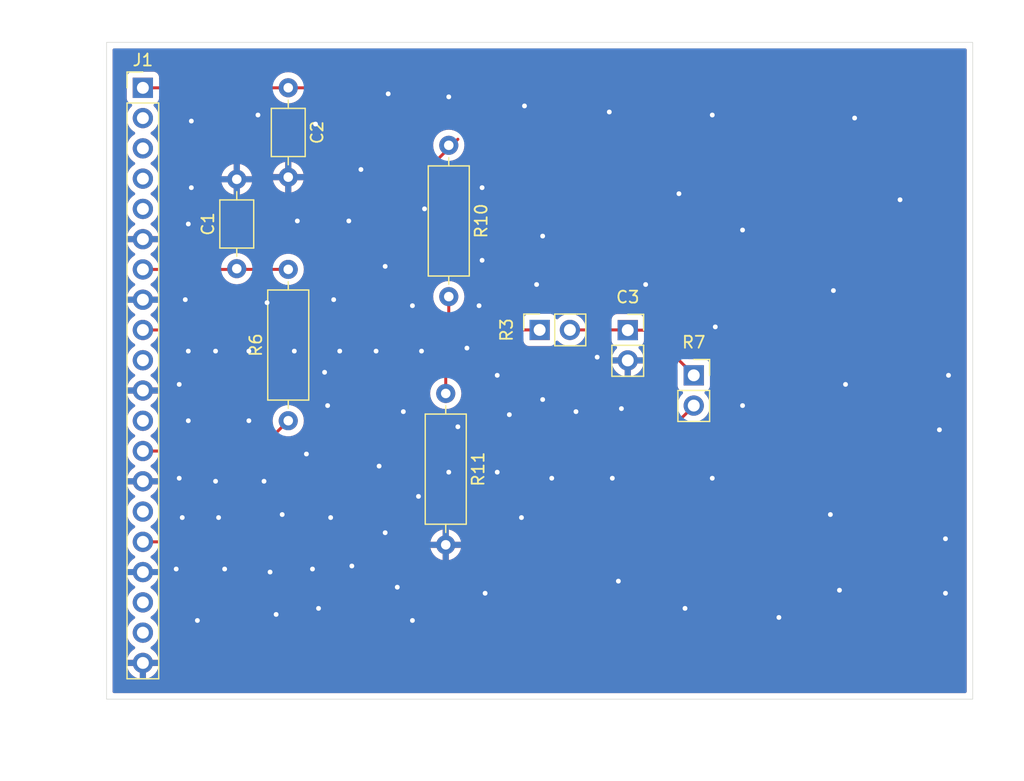
<source format=kicad_pcb>
(kicad_pcb (version 20211014) (generator pcbnew)
  (layers (0 "F.Cu" signal) (31 "B.Cu" signal) (34 "B.Paste" user) (35 "F.Paste" user) (36 "B.SilkS" user "B.Silkscreen") (37 "F.SilkS" user "F.Silkscreen") (38 "B.Mask" user) (39 "F.Mask" user) (44 "Edge.Cuts" user))
  (net 0 "")
  (net 1 "3V3")
  (net 6 "GND")
  (net 7 "rfrx0_false")
  (net 8 "Net-(R3-Pad2)")
  (net 11 "pwm_out")
  (net 13 "PWM2")
  (net 16 "atten_in")
  (footprint "Connector_PinSocket_2.54mm:PinSocket_1x02_P2.54mm_Vertical" (layer "F.Cu") (at 131.798 76.962)
    (fp_text reference "R7" (at 0 -2.77) (layer "F.SilkS"))
    (fp_text value "R")
    (fp_line (start -1.33 1.27) (end 1.33 1.27) (layer "F.SilkS") (width 0.12))
    (fp_line (start -1.33 3.87) (end 1.33 3.87) (layer "F.SilkS") (width 0.12))
    (fp_line (start 0 -1.33) (end 1.33 -1.33) (layer "F.SilkS") (width 0.12))
    (fp_line (start 1.33 -1.33) (end 1.33 0) (layer "F.SilkS") (width 0.12))
    (fp_line (start -1.33 1.27) (end -1.33 3.87) (layer "F.SilkS") (width 0.12))
    (fp_line (start 1.33 1.27) (end 1.33 3.87) (layer "F.SilkS") (width 0.12))
    (pad "1" thru_hole rect (at 0 0) (size 1.7 1.7) (drill 1) (layers *.Cu *.Mask) (net 8 "Net-(R3-Pad2)"))
    (pad "2" thru_hole oval (at 0 2.54) (size 1.7 1.7) (drill 1) (layers *.Cu *.Mask) (net 13 "PWM2"))
  )
  (footprint "Capacitor_THT:C_Axial_L3.8mm_D2.6mm_P7.50mm_Horizontal" (layer "F.Cu") (at 93.472 68.012 90)
    (fp_text reference "C1" (at 3.75 -2.42 90) (layer "F.SilkS"))
    (fp_text value "C")
    (fp_line (start 1.73 1.42) (end 5.77 1.42) (layer "F.SilkS") (width 0.12))
    (fp_line (start 6.46 0) (end 5.77 0) (layer "F.SilkS") (width 0.12))
    (fp_line (start 5.77 -1.42) (end 1.73 -1.42) (layer "F.SilkS") (width 0.12))
    (fp_line (start 5.77 1.42) (end 5.77 -1.42) (layer "F.SilkS") (width 0.12))
    (fp_line (start 1.04 0) (end 1.73 0) (layer "F.SilkS") (width 0.12))
    (fp_line (start 1.73 -1.42) (end 1.73 1.42) (layer "F.SilkS") (width 0.12))
    (pad "1" thru_hole circle (at 0 0 90) (size 1.6 1.6) (drill 0.8) (layers *.Cu *.Mask) (net 7 "rfrx0_false"))
    (pad "2" thru_hole oval (at 7.5 0 90) (size 1.6 1.6) (drill 0.8) (layers *.Cu *.Mask) (net 6 "GND"))
  )
  (footprint "Connector_PinHeader_2.54mm:PinHeader_1x20_P2.54mm_Vertical" (layer "F.Cu") (at 85.598 52.837)
    (fp_text reference "J1" (at 0 -2.33) (layer "F.SilkS"))
    (fp_text value "Connector_Generic_Conn_01x20")
    (fp_line (start -1.33 1.27) (end 1.33 1.27) (layer "F.SilkS") (width 0.12))
    (fp_line (start -1.33 49.59) (end 1.33 49.59) (layer "F.SilkS") (width 0.12))
    (fp_line (start -1.33 0) (end -1.33 -1.33) (layer "F.SilkS") (width 0.12))
    (fp_line (start -1.33 -1.33) (end 0 -1.33) (layer "F.SilkS") (width 0.12))
    (fp_line (start 1.33 1.27) (end 1.33 49.59) (layer "F.SilkS") (width 0.12))
    (fp_line (start -1.33 1.27) (end -1.33 49.59) (layer "F.SilkS") (width 0.12))
    (pad "1" thru_hole rect (at 0 0) (size 1.7 1.7) (drill 1) (layers *.Cu *.Mask) (net 1 "3V3"))
    (pad "2" thru_hole oval (at 0 2.54) (size 1.7 1.7) (drill 1) (layers *.Cu *.Mask))
    (pad "3" thru_hole oval (at 0 5.08) (size 1.7 1.7) (drill 1) (layers *.Cu *.Mask))
    (pad "4" thru_hole oval (at 0 7.62) (size 1.7 1.7) (drill 1) (layers *.Cu *.Mask))
    (pad "5" thru_hole oval (at 0 10.16) (size 1.7 1.7) (drill 1) (layers *.Cu *.Mask))
    (pad "6" thru_hole oval (at 0 12.7) (size 1.7 1.7) (drill 1) (layers *.Cu *.Mask) (net 6 "GND"))
    (pad "7" thru_hole oval (at 0 15.24) (size 1.7 1.7) (drill 1) (layers *.Cu *.Mask) (net 7 "rfrx0_false"))
    (pad "8" thru_hole oval (at 0 17.78) (size 1.7 1.7) (drill 1) (layers *.Cu *.Mask) (net 6 "GND"))
    (pad "9" thru_hole oval (at 0 20.32) (size 1.7 1.7) (drill 1) (layers *.Cu *.Mask) (net 16 "atten_in"))
    (pad "10" thru_hole oval (at 0 22.86) (size 1.7 1.7) (drill 1) (layers *.Cu *.Mask))
    (pad "11" thru_hole oval (at 0 25.4) (size 1.7 1.7) (drill 1) (layers *.Cu *.Mask) (net 6 "GND"))
    (pad "12" thru_hole oval (at 0 27.94) (size 1.7 1.7) (drill 1) (layers *.Cu *.Mask))
    (pad "13" thru_hole oval (at 0 30.48) (size 1.7 1.7) (drill 1) (layers *.Cu *.Mask) (net 11 "pwm_out"))
    (pad "14" thru_hole oval (at 0 33.02) (size 1.7 1.7) (drill 1) (layers *.Cu *.Mask) (net 6 "GND"))
    (pad "15" thru_hole oval (at 0 35.56) (size 1.7 1.7) (drill 1) (layers *.Cu *.Mask))
    (pad "16" thru_hole oval (at 0 38.1) (size 1.7 1.7) (drill 1) (layers *.Cu *.Mask) (net 13 "PWM2"))
    (pad "17" thru_hole oval (at 0 40.64) (size 1.7 1.7) (drill 1) (layers *.Cu *.Mask) (net 6 "GND"))
    (pad "18" thru_hole oval (at 0 43.18) (size 1.7 1.7) (drill 1) (layers *.Cu *.Mask))
    (pad "19" thru_hole oval (at 0 45.72) (size 1.7 1.7) (drill 1) (layers *.Cu *.Mask))
    (pad "20" thru_hole oval (at 0 48.26) (size 1.7 1.7) (drill 1) (layers *.Cu *.Mask) (net 6 "GND"))
  )
  (footprint "Connector_PinSocket_2.54mm:PinSocket_1x02_P2.54mm_Vertical" (layer "F.Cu") (at 118.872 73.152 90)
    (fp_text reference "R3" (at 0 -2.77 90) (layer "F.SilkS"))
    (fp_text value "R")
    (fp_line (start -1.33 3.87) (end 1.33 3.87) (layer "F.SilkS") (width 0.12))
    (fp_line (start -1.33 1.27) (end -1.33 3.87) (layer "F.SilkS") (width 0.12))
    (fp_line (start 0 -1.33) (end 1.33 -1.33) (layer "F.SilkS") (width 0.12))
    (fp_line (start 1.33 -1.33) (end 1.33 0) (layer "F.SilkS") (width 0.12))
    (fp_line (start -1.33 1.27) (end 1.33 1.27) (layer "F.SilkS") (width 0.12))
    (fp_line (start 1.33 1.27) (end 1.33 3.87) (layer "F.SilkS") (width 0.12))
    (pad "1" thru_hole rect (at 0 0 90) (size 1.7 1.7) (drill 1) (layers *.Cu *.Mask) (net 16 "atten_in"))
    (pad "2" thru_hole oval (at 0 2.54 90) (size 1.7 1.7) (drill 1) (layers *.Cu *.Mask) (net 8 "Net-(R3-Pad2)"))
  )
  (footprint "Resistor_THT:R_Axial_DIN0309_L9.0mm_D3.2mm_P12.70mm_Horizontal" (layer "F.Cu") (at 110.998 78.486 -90)
    (fp_text reference "R11" (at 6.35 -2.72 90) (layer "F.SilkS"))
    (fp_text value "R")
    (fp_line (start 10.97 -1.72) (end 1.73 -1.72) (layer "F.SilkS") (width 0.12))
    (fp_line (start 1.73 -1.72) (end 1.73 1.72) (layer "F.SilkS") (width 0.12))
    (fp_line (start 11.66 0) (end 10.97 0) (layer "F.SilkS") (width 0.12))
    (fp_line (start 10.97 1.72) (end 10.97 -1.72) (layer "F.SilkS") (width 0.12))
    (fp_line (start 1.73 1.72) (end 10.97 1.72) (layer "F.SilkS") (width 0.12))
    (fp_line (start 1.04 0) (end 1.73 0) (layer "F.SilkS") (width 0.12))
    (pad "1" thru_hole circle (at 0 0 270) (size 1.6 1.6) (drill 0.8) (layers *.Cu *.Mask) (net 16 "atten_in"))
    (pad "2" thru_hole oval (at 12.7 0 270) (size 1.6 1.6) (drill 0.8) (layers *.Cu *.Mask) (net 6 "GND"))
  )
  (footprint "Capacitor_THT:C_Axial_L3.8mm_D2.6mm_P7.50mm_Horizontal" (layer "F.Cu") (at 97.79 52.832 -90)
    (fp_text reference "C2" (at 3.75 -2.42 90) (layer "F.SilkS"))
    (fp_text value "C")
    (fp_line (start 6.46 0) (end 5.77 0) (layer "F.SilkS") (width 0.12))
    (fp_line (start 1.73 -1.42) (end 1.73 1.42) (layer "F.SilkS") (width 0.12))
    (fp_line (start 1.04 0) (end 1.73 0) (layer "F.SilkS") (width 0.12))
    (fp_line (start 5.77 -1.42) (end 1.73 -1.42) (layer "F.SilkS") (width 0.12))
    (fp_line (start 5.77 1.42) (end 5.77 -1.42) (layer "F.SilkS") (width 0.12))
    (fp_line (start 1.73 1.42) (end 5.77 1.42) (layer "F.SilkS") (width 0.12))
    (pad "1" thru_hole circle (at 0 0 270) (size 1.6 1.6) (drill 0.8) (layers *.Cu *.Mask) (net 1 "3V3"))
    (pad "2" thru_hole oval (at 7.5 0 270) (size 1.6 1.6) (drill 0.8) (layers *.Cu *.Mask) (net 6 "GND"))
  )
  (footprint "Resistor_THT:R_Axial_DIN0309_L9.0mm_D3.2mm_P12.70mm_Horizontal" (layer "F.Cu") (at 97.79 80.772 90)
    (fp_text reference "R6" (at 6.35 -2.72 90) (layer "F.SilkS"))
    (fp_text value "R")
    (fp_line (start 10.97 -1.72) (end 1.73 -1.72) (layer "F.SilkS") (width 0.12))
    (fp_line (start 1.73 1.72) (end 10.97 1.72) (layer "F.SilkS") (width 0.12))
    (fp_line (start 1.73 -1.72) (end 1.73 1.72) (layer "F.SilkS") (width 0.12))
    (fp_line (start 11.66 0) (end 10.97 0) (layer "F.SilkS") (width 0.12))
    (fp_line (start 1.04 0) (end 1.73 0) (layer "F.SilkS") (width 0.12))
    (fp_line (start 10.97 1.72) (end 10.97 -1.72) (layer "F.SilkS") (width 0.12))
    (pad "1" thru_hole circle (at 0 0 90) (size 1.6 1.6) (drill 0.8) (layers *.Cu *.Mask) (net 11 "pwm_out"))
    (pad "2" thru_hole oval (at 12.7 0 90) (size 1.6 1.6) (drill 0.8) (layers *.Cu *.Mask) (net 7 "rfrx0_false"))
  )
  (footprint "Resistor_THT:R_Axial_DIN0309_L9.0mm_D3.2mm_P12.70mm_Horizontal" (layer "F.Cu") (at 111.252 57.658 -90)
    (fp_text reference "R10" (at 6.35 -2.72 90) (layer "F.SilkS"))
    (fp_text value "R")
    (fp_line (start 11.66 0) (end 10.97 0) (layer "F.SilkS") (width 0.12))
    (fp_line (start 10.97 -1.72) (end 1.73 -1.72) (layer "F.SilkS") (width 0.12))
    (fp_line (start 1.04 0) (end 1.73 0) (layer "F.SilkS") (width 0.12))
    (fp_line (start 1.73 1.72) (end 10.97 1.72) (layer "F.SilkS") (width 0.12))
    (fp_line (start 1.73 -1.72) (end 1.73 1.72) (layer "F.SilkS") (width 0.12))
    (fp_line (start 10.97 1.72) (end 10.97 -1.72) (layer "F.SilkS") (width 0.12))
    (pad "1" thru_hole circle (at 0 0 270) (size 1.6 1.6) (drill 0.8) (layers *.Cu *.Mask) (net 1 "3V3"))
    (pad "2" thru_hole oval (at 12.7 0 270) (size 1.6 1.6) (drill 0.8) (layers *.Cu *.Mask) (net 16 "atten_in"))
  )
  (footprint "Connector_PinSocket_2.54mm:PinSocket_1x02_P2.54mm_Vertical" (layer "F.Cu") (at 126.263 73.172)
    (fp_text reference "C3" (at 0 -2.77) (layer "F.SilkS"))
    (fp_text value "C")
    (fp_line (start -1.33 1.27) (end -1.33 3.87) (layer "F.SilkS") (width 0.12))
    (fp_line (start 1.33 -1.33) (end 1.33 0) (layer "F.SilkS") (width 0.12))
    (fp_line (start 0 -1.33) (end 1.33 -1.33) (layer "F.SilkS") (width 0.12))
    (fp_line (start -1.33 3.87) (end 1.33 3.87) (layer "F.SilkS") (width 0.12))
    (fp_line (start 1.33 1.27) (end 1.33 3.87) (layer "F.SilkS") (width 0.12))
    (fp_line (start -1.33 1.27) (end 1.33 1.27) (layer "F.SilkS") (width 0.12))
    (pad "1" thru_hole rect (at 0 0) (size 1.7 1.7) (drill 1) (layers *.Cu *.Mask) (net 8 "Net-(R3-Pad2)"))
    (pad "2" thru_hole oval (at 0 2.54) (size 1.7 1.7) (drill 1) (layers *.Cu *.Mask) (net 6 "GND"))
  )
  (gr_rect (start 82.55 49.022) (end 155.194 104.14) (layer "Edge.Cuts") (width 0.05) (fill none))
  (segment (start 106.934 58.674) (end 106.934 59.182) (width 0.25) (layer "F.Cu") (net 1))
  (segment (start 85.598 52.837) (end 101.097 52.837) (width 0.25) (layer "F.Cu") (net 1))
  (segment (start 106.934 59.182) (end 109.982 59.182) (width 0.25) (layer "F.Cu") (net 1))
  (segment (start 101.097 52.837) (end 106.934 58.674) (width 0.25) (layer "F.Cu") (net 1))
  (segment (start 109.982 59.182) (end 112.014 57.15) (width 0.25) (layer "F.Cu") (net 1))
  (via (at 101.092 79.502) (size 0.8) (drill 0.4) (layers "F.Cu" "B.Cu") (net 6))
  (via (at 102.87 64.008) (size 0.8) (drill 0.4) (layers "F.Cu" "B.Cu") (net 6))
  (via (at 89.662 61.214) (size 0.8) (drill 0.4) (layers "F.Cu" "B.Cu") (net 6))
  (via (at 152.4 81.534) (size 0.8) (drill 0.4) (layers "F.Cu" "B.Cu") (net 6))
  (via (at 89.408 64.262) (size 0.8) (drill 0.4) (layers "F.Cu" "B.Cu") (net 6))
  (via (at 145.288 55.372) (size 0.8) (drill 0.4) (layers "F.Cu" "B.Cu") (net 6))
  (via (at 117.348 88.9) (size 0.8) (drill 0.4) (layers "F.Cu" "B.Cu") (net 6))
  (via (at 91.948 88.9) (size 0.8) (drill 0.4) (layers "F.Cu" "B.Cu") (net 6))
  (via (at 94.488 74.93) (size 0.8) (drill 0.4) (layers "F.Cu" "B.Cu") (net 6))
  (via (at 117.602 54.356) (size 0.8) (drill 0.4) (layers "F.Cu" "B.Cu") (net 6))
  (via (at 106.934 94.742) (size 0.8) (drill 0.4) (layers "F.Cu" "B.Cu") (net 6))
  (via (at 113.792 71.12) (size 0.8) (drill 0.4) (layers "F.Cu" "B.Cu") (net 6))
  (via (at 100.33 96.52) (size 0.8) (drill 0.4) (layers "F.Cu" "B.Cu") (net 6))
  (via (at 88.646 85.598) (size 0.8) (drill 0.4) (layers "F.Cu" "B.Cu") (net 6))
  (via (at 119.126 78.994) (size 0.8) (drill 0.4) (layers "F.Cu" "B.Cu") (net 6))
  (via (at 143.51 69.85) (size 0.8) (drill 0.4) (layers "F.Cu" "B.Cu") (net 6))
  (via (at 108.712 87.122) (size 0.8) (drill 0.4) (layers "F.Cu" "B.Cu") (net 6))
  (via (at 94.488 80.772) (size 0.8) (drill 0.4) (layers "F.Cu" "B.Cu") (net 6))
  (via (at 100.838 76.708) (size 0.8) (drill 0.4) (layers "F.Cu" "B.Cu") (net 6))
  (via (at 144.018 94.996) (size 0.8) (drill 0.4) (layers "F.Cu" "B.Cu") (net 6))
  (via (at 96.774 97.028) (size 0.8) (drill 0.4) (layers "F.Cu" "B.Cu") (net 6))
  (via (at 124.714 54.864) (size 0.8) (drill 0.4) (layers "F.Cu" "B.Cu") (net 6))
  (via (at 91.694 74.93) (size 0.8) (drill 0.4) (layers "F.Cu" "B.Cu") (net 6))
  (via (at 88.392 93.218) (size 0.8) (drill 0.4) (layers "F.Cu" "B.Cu") (net 6))
  (via (at 105.41 84.582) (size 0.8) (drill 0.4) (layers "F.Cu" "B.Cu") (net 6))
  (via (at 96.266 93.472) (size 0.8) (drill 0.4) (layers "F.Cu" "B.Cu") (net 6))
  (via (at 108.966 74.93) (size 0.8) (drill 0.4) (layers "F.Cu" "B.Cu") (net 6))
  (via (at 115.316 76.962) (size 0.8) (drill 0.4) (layers "F.Cu" "B.Cu") (net 6))
  (via (at 108.204 97.536) (size 0.8) (drill 0.4) (layers "F.Cu" "B.Cu") (net 6))
  (via (at 89.408 80.772) (size 0.8) (drill 0.4) (layers "F.Cu" "B.Cu") (net 6))
  (via (at 119.126 65.278) (size 0.8) (drill 0.4) (layers "F.Cu" "B.Cu") (net 6))
  (via (at 105.918 90.17) (size 0.8) (drill 0.4) (layers "F.Cu" "B.Cu") (net 6))
  (via (at 109.22 62.992) (size 0.8) (drill 0.4) (layers "F.Cu" "B.Cu") (net 6))
  (via (at 153.162 76.962) (size 0.8) (drill 0.4) (layers "F.Cu" "B.Cu") (net 6))
  (via (at 101.6 70.612) (size 0.8) (drill 0.4) (layers "F.Cu" "B.Cu") (net 6))
  (via (at 114.3 95.25) (size 0.8) (drill 0.4) (layers "F.Cu" "B.Cu") (net 6))
  (via (at 103.124 92.964) (size 0.8) (drill 0.4) (layers "F.Cu" "B.Cu") (net 6))
  (via (at 95.25 55.118) (size 0.8) (drill 0.4) (layers "F.Cu" "B.Cu") (net 6))
  (via (at 112.776 74.676) (size 0.8) (drill 0.4) (layers "F.Cu" "B.Cu") (net 6))
  (via (at 106.172 53.34) (size 0.8) (drill 0.4) (layers "F.Cu" "B.Cu") (net 6))
  (via (at 98.552 64.008) (size 0.8) (drill 0.4) (layers "F.Cu" "B.Cu") (net 6))
  (via (at 119.888 85.598) (size 0.8) (drill 0.4) (layers "F.Cu" "B.Cu") (net 6))
  (via (at 121.92 80.01) (size 0.8) (drill 0.4) (layers "F.Cu" "B.Cu") (net 6))
  (via (at 123.698 75.438) (size 0.8) (drill 0.4) (layers "F.Cu" "B.Cu") (net 6))
  (via (at 89.154 70.612) (size 0.8) (drill 0.4) (layers "F.Cu" "B.Cu") (net 6))
  (via (at 135.89 64.77) (size 0.8) (drill 0.4) (layers "F.Cu" "B.Cu") (net 6))
  (via (at 103.886 59.69) (size 0.8) (drill 0.4) (layers "F.Cu" "B.Cu") (net 6))
  (via (at 96.012 70.866) (size 0.8) (drill 0.4) (layers "F.Cu" "B.Cu") (net 6))
  (via (at 112.014 81.28) (size 0.8) (drill 0.4) (layers "F.Cu" "B.Cu") (net 6))
  (via (at 100.076 55.88) (size 0.8) (drill 0.4) (layers "F.Cu" "B.Cu") (net 6))
  (via (at 152.908 95.25) (size 0.8) (drill 0.4) (layers "F.Cu" "B.Cu") (net 6))
  (via (at 95.758 85.852) (size 0.8) (drill 0.4) (layers "F.Cu" "B.Cu") (net 6))
  (via (at 105.918 67.818) (size 0.8) (drill 0.4) (layers "F.Cu" "B.Cu") (net 6))
  (via (at 118.618 69.342) (size 0.8) (drill 0.4) (layers "F.Cu" "B.Cu") (net 6))
  (via (at 131.064 96.52) (size 0.8) (drill 0.4) (layers "F.Cu" "B.Cu") (net 6))
  (via (at 99.822 93.218) (size 0.8) (drill 0.4) (layers "F.Cu" "B.Cu") (net 6))
  (via (at 143.256 88.646) (size 0.8) (drill 0.4) (layers "F.Cu" "B.Cu") (net 6))
  (via (at 107.442 80.01) (size 0.8) (drill 0.4) (layers "F.Cu" "B.Cu") (net 6))
  (via (at 116.332 80.264) (size 0.8) (drill 0.4) (layers "F.Cu" "B.Cu") (net 6))
  (via (at 133.35 85.598) (size 0.8) (drill 0.4) (layers "F.Cu" "B.Cu") (net 6))
  (via (at 101.346 88.9) (size 0.8) (drill 0.4) (layers "F.Cu" "B.Cu") (net 6))
  (via (at 89.662 55.626) (size 0.8) (drill 0.4) (layers "F.Cu" "B.Cu") (net 6))
  (via (at 125.73 79.756) (size 0.8) (drill 0.4) (layers "F.Cu" "B.Cu") (net 6))
  (via (at 91.694 85.852) (size 0.8) (drill 0.4) (layers "F.Cu" "B.Cu") (net 6))
  (via (at 99.314 83.566) (size 0.8) (drill 0.4) (layers "F.Cu" "B.Cu") (net 6))
  (via (at 92.456 93.218) (size 0.8) (drill 0.4) (layers "F.Cu" "B.Cu") (net 6))
  (via (at 135.89 79.502) (size 0.8) (drill 0.4) (layers "F.Cu" "B.Cu") (net 6))
  (via (at 144.526 77.724) (size 0.8) (drill 0.4) (layers "F.Cu" "B.Cu") (net 6))
  (via (at 111.252 85.09) (size 0.8) (drill 0.4) (layers "F.Cu" "B.Cu") (net 6))
  (via (at 89.408 74.93) (size 0.8) (drill 0.4) (layers "F.Cu" "B.Cu") (net 6))
  (via (at 130.556 61.722) (size 0.8) (drill 0.4) (layers "F.Cu" "B.Cu") (net 6))
  (via (at 90.17 97.536) (size 0.8) (drill 0.4) (layers "F.Cu" "B.Cu") (net 6))
  (via (at 88.646 77.724) (size 0.8) (drill 0.4) (layers "F.Cu" "B.Cu") (net 6))
  (via (at 111.252 53.594) (size 0.8) (drill 0.4) (layers "F.Cu" "B.Cu") (net 6))
  (via (at 125.476 94.234) (size 0.8) (drill 0.4) (layers "F.Cu" "B.Cu") (net 6))
  (via (at 102.108 74.93) (size 0.8) (drill 0.4) (layers "F.Cu" "B.Cu") (net 6))
  (via (at 133.604 72.898) (size 0.8) (drill 0.4) (layers "F.Cu" "B.Cu") (net 6))
  (via (at 105.156 74.93) (size 0.8) (drill 0.4) (layers "F.Cu" "B.Cu") (net 6))
  (via (at 115.316 85.09) (size 0.8) (drill 0.4) (layers "F.Cu" "B.Cu") (net 6))
  (via (at 127.762 69.342) (size 0.8) (drill 0.4) (layers "F.Cu" "B.Cu") (net 6))
  (via (at 149.098 62.23) (size 0.8) (drill 0.4) (layers "F.Cu" "B.Cu") (net 6))
  (via (at 88.9 88.9) (size 0.8) (drill 0.4) (layers "F.Cu" "B.Cu") (net 6))
  (via (at 108.204 71.12) (size 0.8) (drill 0.4) (layers "F.Cu" "B.Cu") (net 6))
  (via (at 124.968 85.598) (size 0.8) (drill 0.4) (layers "F.Cu" "B.Cu") (net 6))
  (via (at 98.298 74.93) (size 0.8) (drill 0.4) (layers "F.Cu" "B.Cu") (net 6))
  (via (at 114.046 67.31) (size 0.8) (drill 0.4) (layers "F.Cu" "B.Cu") (net 6))
  (via (at 138.938 97.282) (size 0.8) (drill 0.4) (layers "F.Cu" "B.Cu") (net 6))
  (via (at 133.35 55.118) (size 0.8) (drill 0.4) (layers "F.Cu" "B.Cu") (net 6))
  (via (at 97.282 88.646) (size 0.8) (drill 0.4) (layers "F.Cu" "B.Cu") (net 6))
  (via (at 152.908 90.678) (size 0.8) (drill 0.4) (layers "F.Cu" "B.Cu") (net 6))
  (via (at 114.046 61.214) (size 0.8) (drill 0.4) (layers "F.Cu" "B.Cu") (net 6))
  (segment (start 85.598 68.077) (end 93.467 68.077) (width 0.25) (layer "F.Cu") (net 7))
  (segment (start 93.467 68.077) (end 93.726 67.818) (width 0.25) (layer "F.Cu") (net 7))
  (segment (start 93.98 68.072) (end 97.79 68.072) (width 0.25) (layer "F.Cu") (net 7))
  (segment (start 93.726 67.818) (end 93.98 68.072) (width 0.25) (layer "F.Cu") (net 7))
  (segment (start 121.412 73.152) (end 126.238 73.152) (width 0.25) (layer "F.Cu") (net 8))
  (segment (start 126.263 73.172) (end 128.036 73.172) (width 0.25) (layer "F.Cu") (net 8))
  (segment (start 128.036 73.172) (end 131.826 76.962) (width 0.25) (layer "F.Cu") (net 8))
  (segment (start 85.598 83.317) (end 95.245 83.317) (width 0.25) (layer "F.Cu") (net 11))
  (segment (start 95.245 83.317) (end 97.79 80.772) (width 0.25) (layer "F.Cu") (net 11))
  (segment (start 109.982 83.058) (end 110.744 82.296) (width 0.25) (layer "F.Cu") (net 13))
  (segment (start 107.188 85.852) (end 109.22 83.82) (width 0.25) (layer "F.Cu") (net 13))
  (segment (start 101.849 90.937) (end 102.103 90.937) (width 0.25) (layer "F.Cu") (net 13))
  (segment (start 109.22 83.82) (end 109.474 83.566) (width 0.25) (layer "F.Cu") (net 13))
  (segment (start 109.474 83.566) (end 109.982 83.058) (width 0.25) (layer "F.Cu") (net 13))
  (segment (start 125.222 82.296) (end 129.032 82.296) (width 0.25) (layer "F.Cu") (net 13))
  (segment (start 85.598 90.937) (end 101.595 90.937) (width 0.25) (layer "F.Cu") (net 13))
  (segment (start 102.103 90.937) (end 107.188 85.852) (width 0.25) (layer "F.Cu") (net 13))
  (segment (start 129.032 82.296) (end 131.826 79.502) (width 0.25) (layer "F.Cu") (net 13))
  (segment (start 101.595 90.937) (end 101.849 90.937) (width 0.25) (layer "F.Cu") (net 13))
  (segment (start 110.744 82.296) (end 125.222 82.296) (width 0.25) (layer "F.Cu") (net 13))
  (segment (start 110.998 78.486) (end 110.998 73.406) (width 0.25) (layer "F.Cu") (net 16))
  (segment (start 111.247 73.157) (end 111.252 73.152) (width 0.25) (layer "F.Cu") (net 16))
  (segment (start 85.598 73.157) (end 111.247 73.157) (width 0.25) (layer "F.Cu") (net 16))
  (segment (start 111.252 73.152) (end 111.252 70.358) (width 0.25) (layer "F.Cu") (net 16))
  (segment (start 111.252 73.152) (end 119.126 73.152) (width 0.25) (layer "F.Cu") (net 16))
  (segment (start 110.998 73.406) (end 111.252 73.152) (width 0.25) (layer "F.Cu") (net 16))
  (zone (net 6) (net_name "GND") (layer "F.Cu") (connect_pads (clearance 0.508)) (min_thickness 0.254) (fill yes (thermal_gap 0.508) (thermal_bridge_width 0.508))
    (polygon (pts (xy 155.702 107.696) (xy 78.232 107.95) (xy 78.486 49.022) (xy 154.94 48.768)))
  )
  (zone (net 6) (net_name "GND") (layer "B.Cu") (connect_pads (clearance 0.508)) (min_thickness 0.254) (fill yes (thermal_gap 0.508) (thermal_bridge_width 0.508))
    (polygon (pts (xy 159.512 110.998) (xy 73.914 110.998) (xy 74.676 45.974) (xy 159.004 45.466)))
  )
)
</source>
